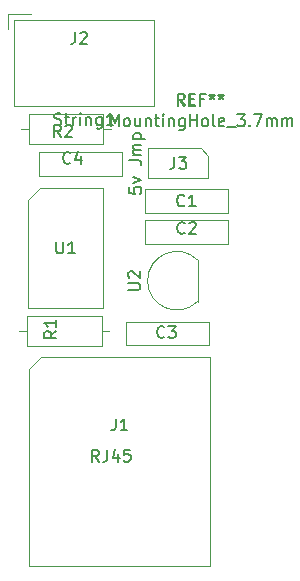
<source format=gbr>
G04 #@! TF.GenerationSoftware,KiCad,Pcbnew,(5.1.5)-3*
G04 #@! TF.CreationDate,2020-04-18T22:31:02-04:00*
G04 #@! TF.ProjectId,Single_Receiver_Out,53696e67-6c65-45f5-9265-636569766572,v1*
G04 #@! TF.SameCoordinates,Original*
G04 #@! TF.FileFunction,Other,Fab,Top*
%FSLAX46Y46*%
G04 Gerber Fmt 4.6, Leading zero omitted, Abs format (unit mm)*
G04 Created by KiCad (PCBNEW (5.1.5)-3) date 2020-04-18 22:31:02*
%MOMM*%
%LPD*%
G04 APERTURE LIST*
%ADD10C,0.100000*%
%ADD11C,0.120000*%
%ADD12C,0.150000*%
G04 APERTURE END LIST*
D10*
X61236000Y-123347800D02*
X61871000Y-123982800D01*
X56791000Y-123347800D02*
X61236000Y-123347800D01*
X56791000Y-125887800D02*
X56791000Y-123347800D01*
X61871000Y-125887800D02*
X56791000Y-125887800D01*
X61871000Y-123982800D02*
X61871000Y-125887800D01*
X61901000Y-138017800D02*
X54901000Y-138017800D01*
X61901000Y-140017800D02*
X61901000Y-138017800D01*
X54901000Y-140017800D02*
X61901000Y-140017800D01*
X54901000Y-138017800D02*
X54901000Y-140017800D01*
X56504960Y-131432840D02*
X63504960Y-131432840D01*
X56504960Y-129432840D02*
X56504960Y-131432840D01*
X63504960Y-129432840D02*
X56504960Y-129432840D01*
X63504960Y-131432840D02*
X63504960Y-129432840D01*
X56504960Y-128801400D02*
X63504960Y-128801400D01*
X56504960Y-126801400D02*
X56504960Y-128801400D01*
X63504960Y-126801400D02*
X56504960Y-126801400D01*
X63504960Y-128801400D02*
X63504960Y-126801400D01*
X53621000Y-121717800D02*
X52961000Y-121717800D01*
X46001000Y-121717800D02*
X46661000Y-121717800D01*
X52961000Y-120467800D02*
X46661000Y-120467800D01*
X52961000Y-122967800D02*
X52961000Y-120467800D01*
X46661000Y-122967800D02*
X52961000Y-122967800D01*
X46661000Y-120467800D02*
X46661000Y-122967800D01*
X60954625Y-136301425D02*
G75*
G02X56721000Y-134547800I-1753625J1753625D01*
G01*
X60954625Y-132794175D02*
G75*
G03X56721000Y-134547800I-1753625J-1753625D01*
G01*
X60951000Y-136317800D02*
X60951000Y-132817800D01*
X46584240Y-127700080D02*
X47584240Y-126700080D01*
X46584240Y-136860080D02*
X46584240Y-127700080D01*
X52934240Y-136860080D02*
X46584240Y-136860080D01*
X52934240Y-126700080D02*
X52934240Y-136860080D01*
X47584240Y-126700080D02*
X52934240Y-126700080D01*
X53482880Y-138817800D02*
X52822880Y-138817800D01*
X45862880Y-138817800D02*
X46522880Y-138817800D01*
X52822880Y-137567800D02*
X46522880Y-137567800D01*
X52822880Y-140067800D02*
X52822880Y-137567800D01*
X46522880Y-140067800D02*
X52822880Y-140067800D01*
X46522880Y-137567800D02*
X46522880Y-140067800D01*
X44883920Y-111967800D02*
X46883920Y-111967800D01*
X44883920Y-113217800D02*
X44883920Y-111967800D01*
X57283920Y-112467800D02*
X45383920Y-112467800D01*
X57283920Y-119717800D02*
X57283920Y-112467800D01*
X45383920Y-119717800D02*
X57283920Y-119717800D01*
X45383920Y-112467800D02*
X45383920Y-119717800D01*
D11*
X46696000Y-141999640D02*
X47696000Y-140999640D01*
X47696000Y-140999640D02*
X61996000Y-140999640D01*
X61996000Y-140999640D02*
X61996000Y-158739640D01*
X61996000Y-158739640D02*
X46696000Y-158739640D01*
X46696000Y-158739640D02*
X46696000Y-141999640D01*
D10*
X47528600Y-125642680D02*
X54528600Y-125642680D01*
X47528600Y-123642680D02*
X47528600Y-125642680D01*
X54528600Y-123642680D02*
X47528600Y-123642680D01*
X54528600Y-125642680D02*
X54528600Y-123642680D01*
D12*
X55183380Y-126641609D02*
X55183380Y-127117800D01*
X55659571Y-127165419D01*
X55611952Y-127117800D01*
X55564333Y-127022561D01*
X55564333Y-126784466D01*
X55611952Y-126689228D01*
X55659571Y-126641609D01*
X55754809Y-126593990D01*
X55992904Y-126593990D01*
X56088142Y-126641609D01*
X56135761Y-126689228D01*
X56183380Y-126784466D01*
X56183380Y-127022561D01*
X56135761Y-127117800D01*
X56088142Y-127165419D01*
X55516714Y-126260657D02*
X56183380Y-126022561D01*
X55516714Y-125784466D01*
X55183380Y-124355895D02*
X55897666Y-124355895D01*
X56040523Y-124403514D01*
X56135761Y-124498752D01*
X56183380Y-124641609D01*
X56183380Y-124736847D01*
X56183380Y-123879704D02*
X55516714Y-123879704D01*
X55611952Y-123879704D02*
X55564333Y-123832085D01*
X55516714Y-123736847D01*
X55516714Y-123593990D01*
X55564333Y-123498752D01*
X55659571Y-123451133D01*
X56183380Y-123451133D01*
X55659571Y-123451133D02*
X55564333Y-123403514D01*
X55516714Y-123308276D01*
X55516714Y-123165419D01*
X55564333Y-123070180D01*
X55659571Y-123022561D01*
X56183380Y-123022561D01*
X55516714Y-122546371D02*
X56516714Y-122546371D01*
X55564333Y-122546371D02*
X55516714Y-122451133D01*
X55516714Y-122260657D01*
X55564333Y-122165419D01*
X55611952Y-122117800D01*
X55707190Y-122070180D01*
X55992904Y-122070180D01*
X56088142Y-122117800D01*
X56135761Y-122165419D01*
X56183380Y-122260657D01*
X56183380Y-122451133D01*
X56135761Y-122546371D01*
X58997666Y-124070180D02*
X58997666Y-124784466D01*
X58950047Y-124927323D01*
X58854809Y-125022561D01*
X58711952Y-125070180D01*
X58616714Y-125070180D01*
X59378619Y-124070180D02*
X59997666Y-124070180D01*
X59664333Y-124451133D01*
X59807190Y-124451133D01*
X59902428Y-124498752D01*
X59950047Y-124546371D01*
X59997666Y-124641609D01*
X59997666Y-124879704D01*
X59950047Y-124974942D01*
X59902428Y-125022561D01*
X59807190Y-125070180D01*
X59521476Y-125070180D01*
X59426238Y-125022561D01*
X59378619Y-124974942D01*
X58134333Y-139298742D02*
X58086714Y-139346361D01*
X57943857Y-139393980D01*
X57848619Y-139393980D01*
X57705761Y-139346361D01*
X57610523Y-139251123D01*
X57562904Y-139155885D01*
X57515285Y-138965409D01*
X57515285Y-138822552D01*
X57562904Y-138632076D01*
X57610523Y-138536838D01*
X57705761Y-138441600D01*
X57848619Y-138393980D01*
X57943857Y-138393980D01*
X58086714Y-138441600D01*
X58134333Y-138489219D01*
X58467666Y-138393980D02*
X59086714Y-138393980D01*
X58753380Y-138774933D01*
X58896238Y-138774933D01*
X58991476Y-138822552D01*
X59039095Y-138870171D01*
X59086714Y-138965409D01*
X59086714Y-139203504D01*
X59039095Y-139298742D01*
X58991476Y-139346361D01*
X58896238Y-139393980D01*
X58610523Y-139393980D01*
X58515285Y-139346361D01*
X58467666Y-139298742D01*
X59859253Y-130480102D02*
X59811634Y-130527721D01*
X59668777Y-130575340D01*
X59573539Y-130575340D01*
X59430681Y-130527721D01*
X59335443Y-130432483D01*
X59287824Y-130337245D01*
X59240205Y-130146769D01*
X59240205Y-130003912D01*
X59287824Y-129813436D01*
X59335443Y-129718198D01*
X59430681Y-129622960D01*
X59573539Y-129575340D01*
X59668777Y-129575340D01*
X59811634Y-129622960D01*
X59859253Y-129670579D01*
X60240205Y-129670579D02*
X60287824Y-129622960D01*
X60383062Y-129575340D01*
X60621158Y-129575340D01*
X60716396Y-129622960D01*
X60764015Y-129670579D01*
X60811634Y-129765817D01*
X60811634Y-129861055D01*
X60764015Y-130003912D01*
X60192586Y-130575340D01*
X60811634Y-130575340D01*
X59838293Y-128158542D02*
X59790674Y-128206161D01*
X59647817Y-128253780D01*
X59552579Y-128253780D01*
X59409721Y-128206161D01*
X59314483Y-128110923D01*
X59266864Y-128015685D01*
X59219245Y-127825209D01*
X59219245Y-127682352D01*
X59266864Y-127491876D01*
X59314483Y-127396638D01*
X59409721Y-127301400D01*
X59552579Y-127253780D01*
X59647817Y-127253780D01*
X59790674Y-127301400D01*
X59838293Y-127349019D01*
X60790674Y-128253780D02*
X60219245Y-128253780D01*
X60504960Y-128253780D02*
X60504960Y-127253780D01*
X60409721Y-127396638D01*
X60314483Y-127491876D01*
X60219245Y-127539495D01*
X49370013Y-122378460D02*
X49036680Y-121902270D01*
X48798584Y-122378460D02*
X48798584Y-121378460D01*
X49179537Y-121378460D01*
X49274775Y-121426080D01*
X49322394Y-121473699D01*
X49370013Y-121568937D01*
X49370013Y-121711794D01*
X49322394Y-121807032D01*
X49274775Y-121854651D01*
X49179537Y-121902270D01*
X48798584Y-121902270D01*
X49750965Y-121473699D02*
X49798584Y-121426080D01*
X49893822Y-121378460D01*
X50131918Y-121378460D01*
X50227156Y-121426080D01*
X50274775Y-121473699D01*
X50322394Y-121568937D01*
X50322394Y-121664175D01*
X50274775Y-121807032D01*
X49703346Y-122378460D01*
X50322394Y-122378460D01*
X55093380Y-135309704D02*
X55902904Y-135309704D01*
X55998142Y-135262085D01*
X56045761Y-135214466D01*
X56093380Y-135119228D01*
X56093380Y-134928752D01*
X56045761Y-134833514D01*
X55998142Y-134785895D01*
X55902904Y-134738276D01*
X55093380Y-134738276D01*
X55188619Y-134309704D02*
X55141000Y-134262085D01*
X55093380Y-134166847D01*
X55093380Y-133928752D01*
X55141000Y-133833514D01*
X55188619Y-133785895D01*
X55283857Y-133738276D01*
X55379095Y-133738276D01*
X55521952Y-133785895D01*
X56093380Y-134357323D01*
X56093380Y-133738276D01*
X48997335Y-131232460D02*
X48997335Y-132041984D01*
X49044954Y-132137222D01*
X49092573Y-132184841D01*
X49187811Y-132232460D01*
X49378287Y-132232460D01*
X49473525Y-132184841D01*
X49521144Y-132137222D01*
X49568763Y-132041984D01*
X49568763Y-131232460D01*
X50568763Y-132232460D02*
X49997335Y-132232460D01*
X50283049Y-132232460D02*
X50283049Y-131232460D01*
X50187811Y-131375318D01*
X50092573Y-131470556D01*
X49997335Y-131518175D01*
X48982260Y-138816826D02*
X48506070Y-139150160D01*
X48982260Y-139388255D02*
X47982260Y-139388255D01*
X47982260Y-139007302D01*
X48029880Y-138912064D01*
X48077499Y-138864445D01*
X48172737Y-138816826D01*
X48315594Y-138816826D01*
X48410832Y-138864445D01*
X48458451Y-138912064D01*
X48506070Y-139007302D01*
X48506070Y-139388255D01*
X48982260Y-137864445D02*
X48982260Y-138435874D01*
X48982260Y-138150160D02*
X47982260Y-138150160D01*
X48125118Y-138245398D01*
X48220356Y-138340636D01*
X48267975Y-138435874D01*
X48833920Y-121322561D02*
X48976777Y-121370180D01*
X49214872Y-121370180D01*
X49310110Y-121322561D01*
X49357729Y-121274942D01*
X49405348Y-121179704D01*
X49405348Y-121084466D01*
X49357729Y-120989228D01*
X49310110Y-120941609D01*
X49214872Y-120893990D01*
X49024396Y-120846371D01*
X48929158Y-120798752D01*
X48881539Y-120751133D01*
X48833920Y-120655895D01*
X48833920Y-120560657D01*
X48881539Y-120465419D01*
X48929158Y-120417800D01*
X49024396Y-120370180D01*
X49262491Y-120370180D01*
X49405348Y-120417800D01*
X49691062Y-120703514D02*
X50072015Y-120703514D01*
X49833920Y-120370180D02*
X49833920Y-121227323D01*
X49881539Y-121322561D01*
X49976777Y-121370180D01*
X50072015Y-121370180D01*
X50405348Y-121370180D02*
X50405348Y-120703514D01*
X50405348Y-120893990D02*
X50452967Y-120798752D01*
X50500586Y-120751133D01*
X50595824Y-120703514D01*
X50691062Y-120703514D01*
X51024396Y-121370180D02*
X51024396Y-120703514D01*
X51024396Y-120370180D02*
X50976777Y-120417800D01*
X51024396Y-120465419D01*
X51072015Y-120417800D01*
X51024396Y-120370180D01*
X51024396Y-120465419D01*
X51500586Y-120703514D02*
X51500586Y-121370180D01*
X51500586Y-120798752D02*
X51548205Y-120751133D01*
X51643443Y-120703514D01*
X51786300Y-120703514D01*
X51881539Y-120751133D01*
X51929158Y-120846371D01*
X51929158Y-121370180D01*
X52833919Y-120703514D02*
X52833919Y-121513038D01*
X52786300Y-121608276D01*
X52738681Y-121655895D01*
X52643443Y-121703514D01*
X52500586Y-121703514D01*
X52405348Y-121655895D01*
X52833919Y-121322561D02*
X52738681Y-121370180D01*
X52548205Y-121370180D01*
X52452967Y-121322561D01*
X52405348Y-121274942D01*
X52357729Y-121179704D01*
X52357729Y-120893990D01*
X52405348Y-120798752D01*
X52452967Y-120751133D01*
X52548205Y-120703514D01*
X52738681Y-120703514D01*
X52833919Y-120751133D01*
X53833920Y-121370180D02*
X53262491Y-121370180D01*
X53548205Y-121370180D02*
X53548205Y-120370180D01*
X53452967Y-120513038D01*
X53357729Y-120608276D01*
X53262491Y-120655895D01*
X50590706Y-113503140D02*
X50590706Y-114217426D01*
X50543087Y-114360283D01*
X50447849Y-114455521D01*
X50304992Y-114503140D01*
X50209754Y-114503140D01*
X51019278Y-113598379D02*
X51066897Y-113550760D01*
X51162135Y-113503140D01*
X51400230Y-113503140D01*
X51495468Y-113550760D01*
X51543087Y-113598379D01*
X51590706Y-113693617D01*
X51590706Y-113788855D01*
X51543087Y-113931712D01*
X50971659Y-114503140D01*
X51590706Y-114503140D01*
X52610990Y-149854980D02*
X52277657Y-149378790D01*
X52039561Y-149854980D02*
X52039561Y-148854980D01*
X52420514Y-148854980D01*
X52515752Y-148902600D01*
X52563371Y-148950219D01*
X52610990Y-149045457D01*
X52610990Y-149188314D01*
X52563371Y-149283552D01*
X52515752Y-149331171D01*
X52420514Y-149378790D01*
X52039561Y-149378790D01*
X53325276Y-148854980D02*
X53325276Y-149569266D01*
X53277657Y-149712123D01*
X53182419Y-149807361D01*
X53039561Y-149854980D01*
X52944323Y-149854980D01*
X54230038Y-149188314D02*
X54230038Y-149854980D01*
X53991942Y-148807361D02*
X53753847Y-149521647D01*
X54372895Y-149521647D01*
X55230038Y-148854980D02*
X54753847Y-148854980D01*
X54706228Y-149331171D01*
X54753847Y-149283552D01*
X54849085Y-149235933D01*
X55087180Y-149235933D01*
X55182419Y-149283552D01*
X55230038Y-149331171D01*
X55277657Y-149426409D01*
X55277657Y-149664504D01*
X55230038Y-149759742D01*
X55182419Y-149807361D01*
X55087180Y-149854980D01*
X54849085Y-149854980D01*
X54753847Y-149807361D01*
X54706228Y-149759742D01*
X54012666Y-146222020D02*
X54012666Y-146936306D01*
X53965047Y-147079163D01*
X53869809Y-147174401D01*
X53726952Y-147222020D01*
X53631714Y-147222020D01*
X55012666Y-147222020D02*
X54441238Y-147222020D01*
X54726952Y-147222020D02*
X54726952Y-146222020D01*
X54631714Y-146364878D01*
X54536476Y-146460116D01*
X54441238Y-146507735D01*
X50186933Y-124557862D02*
X50139314Y-124605481D01*
X49996457Y-124653100D01*
X49901219Y-124653100D01*
X49758361Y-124605481D01*
X49663123Y-124510243D01*
X49615504Y-124415005D01*
X49567885Y-124224529D01*
X49567885Y-124081672D01*
X49615504Y-123891196D01*
X49663123Y-123795958D01*
X49758361Y-123700720D01*
X49901219Y-123653100D01*
X49996457Y-123653100D01*
X50139314Y-123700720D01*
X50186933Y-123748339D01*
X51044076Y-123986434D02*
X51044076Y-124653100D01*
X50805980Y-123605481D02*
X50567885Y-124319767D01*
X51186933Y-124319767D01*
X59837666Y-119723180D02*
X59504333Y-119246990D01*
X59266238Y-119723180D02*
X59266238Y-118723180D01*
X59647190Y-118723180D01*
X59742428Y-118770800D01*
X59790047Y-118818419D01*
X59837666Y-118913657D01*
X59837666Y-119056514D01*
X59790047Y-119151752D01*
X59742428Y-119199371D01*
X59647190Y-119246990D01*
X59266238Y-119246990D01*
X60266238Y-119199371D02*
X60599571Y-119199371D01*
X60742428Y-119723180D02*
X60266238Y-119723180D01*
X60266238Y-118723180D01*
X60742428Y-118723180D01*
X61504333Y-119199371D02*
X61171000Y-119199371D01*
X61171000Y-119723180D02*
X61171000Y-118723180D01*
X61647190Y-118723180D01*
X62171000Y-118723180D02*
X62171000Y-118961276D01*
X61932904Y-118866038D02*
X62171000Y-118961276D01*
X62409095Y-118866038D01*
X62028142Y-119151752D02*
X62171000Y-118961276D01*
X62313857Y-119151752D01*
X62932904Y-118723180D02*
X62932904Y-118961276D01*
X62694809Y-118866038D02*
X62932904Y-118961276D01*
X63171000Y-118866038D01*
X62790047Y-119151752D02*
X62932904Y-118961276D01*
X63075761Y-119151752D01*
X53610523Y-121470180D02*
X53610523Y-120470180D01*
X53943857Y-121184466D01*
X54277190Y-120470180D01*
X54277190Y-121470180D01*
X54896238Y-121470180D02*
X54800999Y-121422561D01*
X54753380Y-121374942D01*
X54705761Y-121279704D01*
X54705761Y-120993990D01*
X54753380Y-120898752D01*
X54800999Y-120851133D01*
X54896238Y-120803514D01*
X55039095Y-120803514D01*
X55134333Y-120851133D01*
X55181952Y-120898752D01*
X55229571Y-120993990D01*
X55229571Y-121279704D01*
X55181952Y-121374942D01*
X55134333Y-121422561D01*
X55039095Y-121470180D01*
X54896238Y-121470180D01*
X56086714Y-120803514D02*
X56086714Y-121470180D01*
X55658142Y-120803514D02*
X55658142Y-121327323D01*
X55705761Y-121422561D01*
X55800999Y-121470180D01*
X55943857Y-121470180D01*
X56039095Y-121422561D01*
X56086714Y-121374942D01*
X56562904Y-120803514D02*
X56562904Y-121470180D01*
X56562904Y-120898752D02*
X56610523Y-120851133D01*
X56705761Y-120803514D01*
X56848619Y-120803514D01*
X56943857Y-120851133D01*
X56991476Y-120946371D01*
X56991476Y-121470180D01*
X57324809Y-120803514D02*
X57705761Y-120803514D01*
X57467666Y-120470180D02*
X57467666Y-121327323D01*
X57515285Y-121422561D01*
X57610523Y-121470180D01*
X57705761Y-121470180D01*
X58039095Y-121470180D02*
X58039095Y-120803514D01*
X58039095Y-120470180D02*
X57991476Y-120517800D01*
X58039095Y-120565419D01*
X58086714Y-120517800D01*
X58039095Y-120470180D01*
X58039095Y-120565419D01*
X58515285Y-120803514D02*
X58515285Y-121470180D01*
X58515285Y-120898752D02*
X58562904Y-120851133D01*
X58658142Y-120803514D01*
X58800999Y-120803514D01*
X58896238Y-120851133D01*
X58943857Y-120946371D01*
X58943857Y-121470180D01*
X59848619Y-120803514D02*
X59848619Y-121613038D01*
X59800999Y-121708276D01*
X59753380Y-121755895D01*
X59658142Y-121803514D01*
X59515285Y-121803514D01*
X59420047Y-121755895D01*
X59848619Y-121422561D02*
X59753380Y-121470180D01*
X59562904Y-121470180D01*
X59467666Y-121422561D01*
X59420047Y-121374942D01*
X59372428Y-121279704D01*
X59372428Y-120993990D01*
X59420047Y-120898752D01*
X59467666Y-120851133D01*
X59562904Y-120803514D01*
X59753380Y-120803514D01*
X59848619Y-120851133D01*
X60324809Y-121470180D02*
X60324809Y-120470180D01*
X60324809Y-120946371D02*
X60896238Y-120946371D01*
X60896238Y-121470180D02*
X60896238Y-120470180D01*
X61515285Y-121470180D02*
X61420047Y-121422561D01*
X61372428Y-121374942D01*
X61324809Y-121279704D01*
X61324809Y-120993990D01*
X61372428Y-120898752D01*
X61420047Y-120851133D01*
X61515285Y-120803514D01*
X61658142Y-120803514D01*
X61753380Y-120851133D01*
X61800999Y-120898752D01*
X61848619Y-120993990D01*
X61848619Y-121279704D01*
X61800999Y-121374942D01*
X61753380Y-121422561D01*
X61658142Y-121470180D01*
X61515285Y-121470180D01*
X62420047Y-121470180D02*
X62324809Y-121422561D01*
X62277190Y-121327323D01*
X62277190Y-120470180D01*
X63181952Y-121422561D02*
X63086714Y-121470180D01*
X62896238Y-121470180D01*
X62800999Y-121422561D01*
X62753380Y-121327323D01*
X62753380Y-120946371D01*
X62800999Y-120851133D01*
X62896238Y-120803514D01*
X63086714Y-120803514D01*
X63181952Y-120851133D01*
X63229571Y-120946371D01*
X63229571Y-121041609D01*
X62753380Y-121136847D01*
X63420047Y-121565419D02*
X64181952Y-121565419D01*
X64324809Y-120470180D02*
X64943857Y-120470180D01*
X64610523Y-120851133D01*
X64753380Y-120851133D01*
X64848619Y-120898752D01*
X64896238Y-120946371D01*
X64943857Y-121041609D01*
X64943857Y-121279704D01*
X64896238Y-121374942D01*
X64848619Y-121422561D01*
X64753380Y-121470180D01*
X64467666Y-121470180D01*
X64372428Y-121422561D01*
X64324809Y-121374942D01*
X65372428Y-121374942D02*
X65420047Y-121422561D01*
X65372428Y-121470180D01*
X65324809Y-121422561D01*
X65372428Y-121374942D01*
X65372428Y-121470180D01*
X65753380Y-120470180D02*
X66420047Y-120470180D01*
X65991476Y-121470180D01*
X66800999Y-121470180D02*
X66800999Y-120803514D01*
X66800999Y-120898752D02*
X66848619Y-120851133D01*
X66943857Y-120803514D01*
X67086714Y-120803514D01*
X67181952Y-120851133D01*
X67229571Y-120946371D01*
X67229571Y-121470180D01*
X67229571Y-120946371D02*
X67277190Y-120851133D01*
X67372428Y-120803514D01*
X67515285Y-120803514D01*
X67610523Y-120851133D01*
X67658142Y-120946371D01*
X67658142Y-121470180D01*
X68134333Y-121470180D02*
X68134333Y-120803514D01*
X68134333Y-120898752D02*
X68181952Y-120851133D01*
X68277190Y-120803514D01*
X68420047Y-120803514D01*
X68515285Y-120851133D01*
X68562904Y-120946371D01*
X68562904Y-121470180D01*
X68562904Y-120946371D02*
X68610523Y-120851133D01*
X68705761Y-120803514D01*
X68848619Y-120803514D01*
X68943857Y-120851133D01*
X68991476Y-120946371D01*
X68991476Y-121470180D01*
X59862666Y-119698180D02*
X59529333Y-119221990D01*
X59291238Y-119698180D02*
X59291238Y-118698180D01*
X59672190Y-118698180D01*
X59767428Y-118745800D01*
X59815047Y-118793419D01*
X59862666Y-118888657D01*
X59862666Y-119031514D01*
X59815047Y-119126752D01*
X59767428Y-119174371D01*
X59672190Y-119221990D01*
X59291238Y-119221990D01*
X60291238Y-119174371D02*
X60624571Y-119174371D01*
X60767428Y-119698180D02*
X60291238Y-119698180D01*
X60291238Y-118698180D01*
X60767428Y-118698180D01*
X61529333Y-119174371D02*
X61196000Y-119174371D01*
X61196000Y-119698180D02*
X61196000Y-118698180D01*
X61672190Y-118698180D01*
X62196000Y-118698180D02*
X62196000Y-118936276D01*
X61957904Y-118841038D02*
X62196000Y-118936276D01*
X62434095Y-118841038D01*
X62053142Y-119126752D02*
X62196000Y-118936276D01*
X62338857Y-119126752D01*
X62957904Y-118698180D02*
X62957904Y-118936276D01*
X62719809Y-118841038D02*
X62957904Y-118936276D01*
X63196000Y-118841038D01*
X62815047Y-119126752D02*
X62957904Y-118936276D01*
X63100761Y-119126752D01*
M02*

</source>
